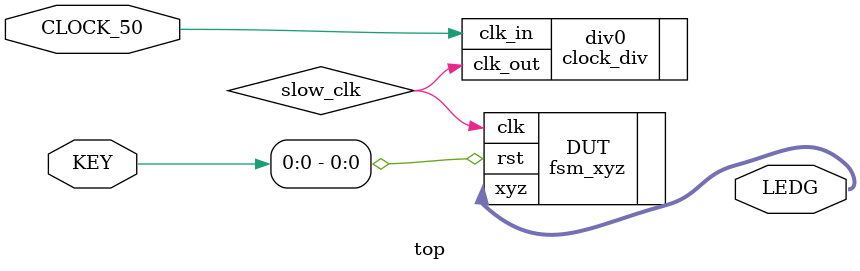
<source format=v>
module top(
    input CLOCK_50,
    input [3:0] KEY,
    output [2:0] LEDG
);
    wire slow_clk;

    clock_div div0 (
        .clk_in(CLOCK_50),
        .clk_out(slow_clk)
    );

    fsm_xyz DUT (
        .clk(slow_clk),
        .rst(KEY[0]),
        .xyz(LEDG)
    );
endmodule

</source>
